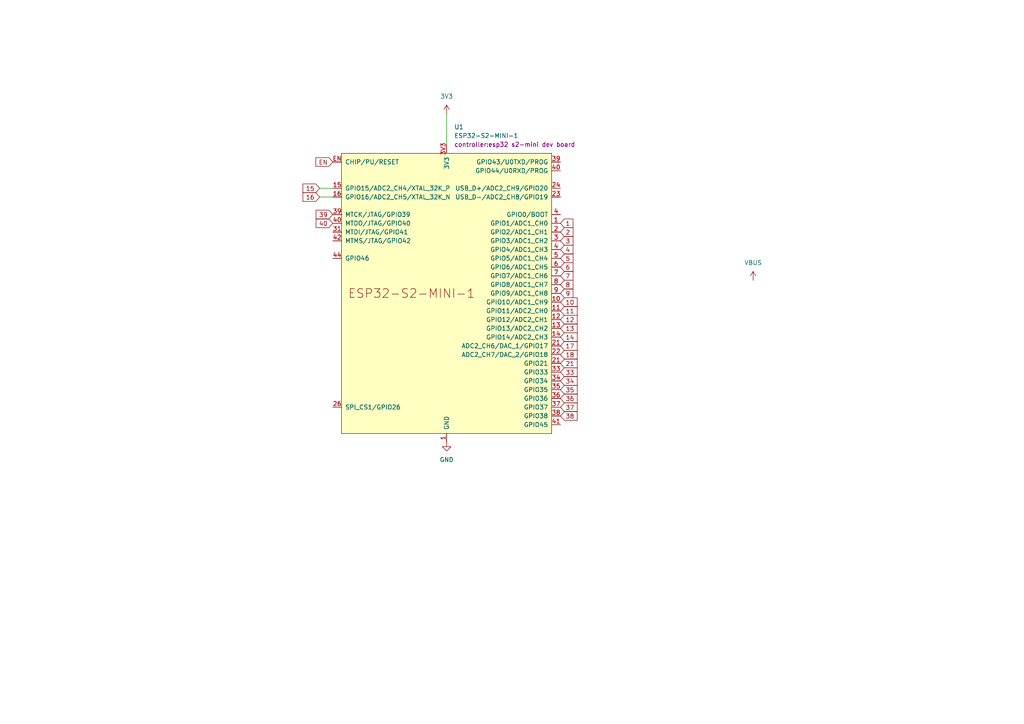
<source format=kicad_sch>
(kicad_sch (version 20231120) (generator "eeschema") (generator_version "8.0")
  (paper "A4")
  (lib_symbols
    (symbol "esp32_adjusted:ESP32-S2-MINI-1" (pin_names (offset 1.016))
      (property "Reference" "U1" (at 2.1941 45.72 0))
      (property "Value" "ESP32-S2-MINI-1" (at 2.1941 43.18 0))
      (property "Footprint" "controller:esp32 s2-mini dev board" (at 0 -53.34 0))
      (symbol "ESP32-S2-MINI-1_0_0"
        (pin power_in line (at 0 -43.18 90) (length 2.54) (name "GND") (number "1"))
        (pin input line (at -33.02 10.16 0) (length 2.54) (name "GPIO46") (number "44"))
        (pin passive line (at 0 -43.18 90) (length 2.54) hide (name "GND") (number "47"))
        (pin passive line (at 0 -43.18 90) (length 2.54) hide (name "GND") (number "48"))
        (pin passive line (at 0 -43.18 90) (length 2.54) hide (name "GND") (number "49"))
        (pin passive line (at 0 -43.18 90) (length 2.54) hide (name "GND") (number "50"))
        (pin passive line (at 0 -43.18 90) (length 2.54) hide (name "GND") (number "51"))
        (pin passive line (at 0 -43.18 90) (length 2.54) hide (name "GND") (number "52"))
        (pin passive line (at 0 -43.18 90) (length 2.54) hide (name "GND") (number "53"))
        (pin passive line (at 0 -43.18 90) (length 2.54) hide (name "GND") (number "54"))
        (pin passive line (at 0 -43.18 90) (length 2.54) hide (name "GND") (number "55"))
        (pin passive line (at 0 -43.18 90) (length 2.54) hide (name "GND") (number "56"))
        (pin passive line (at 0 -43.18 90) (length 2.54) hide (name "GND") (number "57"))
        (pin passive line (at 0 -43.18 90) (length 2.54) hide (name "GND") (number "58"))
        (pin passive line (at 0 -43.18 90) (length 2.54) hide (name "GND") (number "59"))
        (pin passive line (at 0 -43.18 90) (length 2.54) hide (name "GND") (number "60"))
        (pin passive line (at 0 -43.18 90) (length 2.54) hide (name "GND") (number "61"))
        (pin passive line (at 0 -43.18 90) (length 2.54) hide (name "GND") (number "62"))
        (pin passive line (at 0 -43.18 90) (length 2.54) hide (name "GND") (number "63"))
        (pin passive line (at 0 -43.18 90) (length 2.54) hide (name "GND") (number "64"))
        (pin passive line (at 0 -43.18 90) (length 2.54) hide (name "GND") (number "65"))
      )
      (symbol "ESP32-S2-MINI-1_0_1"
        (rectangle (start -30.48 40.64) (end 30.48 -40.64) (fill (type background)))
      )
      (symbol "ESP32-S2-MINI-1_1_0"
        (pin passive line (at 0 -43.18 90) (length 2.54) hide (name "GND") (number "51"))
        (pin bidirectional line (at -33.02 38.1 0) (length 2.54) (name "CHIP/PU/RESET") (number "EN"))
        (pin passive line (at 0 -43.18 90) (length 2.54) hide (name "GND") (number "GND"))
      )
      (symbol "ESP32-S2-MINI-1_1_1"
        (text "ESP32-S2-MINI-1" (at -10.16 0 0) (effects (font (size 2.54 2.54))))
        (pin bidirectional line (at 33.02 20.32 180) (length 2.54) (name "GPIO1/ADC1_CH0") (number "1"))
        (pin bidirectional line (at 33.02 -2.54 180) (length 2.54) (name "GPIO10/ADC1_CH9") (number "10"))
        (pin bidirectional line (at 33.02 -5.08 180) (length 2.54) (name "GPIO11/ADC2_CH0") (number "11"))
        (pin bidirectional line (at 33.02 -7.62 180) (length 2.54) (name "GPIO12/ADC2_CH1") (number "12"))
        (pin bidirectional line (at 33.02 -10.16 180) (length 2.54) (name "GPIO13/ADC2_CH2") (number "13"))
        (pin bidirectional line (at 33.02 -12.7 180) (length 2.54) (name "GPIO14/ADC2_CH3") (number "14"))
        (pin bidirectional line (at -33.02 30.48 0) (length 2.54) (name "GPIO15/ADC2_CH4/XTAL_32K_P") (number "15"))
        (pin bidirectional line (at -33.02 27.94 0) (length 2.54) (name "GPIO16/ADC2_CH5/XTAL_32K_N") (number "16"))
        (pin passive line (at 0 -43.18 90) (length 2.54) hide (name "GND") (number "2"))
        (pin bidirectional line (at 33.02 17.78 180) (length 2.54) (name "GPIO2/ADC1_CH1") (number "2"))
        (pin bidirectional line (at 33.02 -15.24 180) (length 2.54) (name "ADC2_CH6/DAC_1/GPIO17") (number "21"))
        (pin bidirectional line (at 33.02 -20.32 180) (length 2.54) (name "GPIO21") (number "21"))
        (pin bidirectional line (at 33.02 -17.78 180) (length 2.54) (name "ADC2_CH7/DAC_2/GPIO18") (number "22"))
        (pin bidirectional line (at 33.02 27.94 180) (length 2.54) (name "USB_D-/ADC2_CH8/GPIO19") (number "23"))
        (pin bidirectional line (at 33.02 30.48 180) (length 2.54) (name "USB_D+/ADC2_CH9/GPIO20") (number "24"))
        (pin bidirectional line (at -33.02 -33.02 0) (length 2.54) (name "SPI_CS1/GPIO26") (number "26"))
        (pin no_connect line (at -30.48 -38.1 0) (length 2.54) hide (name "NC") (number "27"))
        (pin bidirectional line (at 33.02 15.24 180) (length 2.54) (name "GPIO3/ADC1_CH2") (number "3"))
        (pin passive line (at 0 -43.18 90) (length 2.54) hide (name "GND") (number "30"))
        (pin bidirectional line (at -33.02 17.78 0) (length 2.54) (name "MTDI/JTAG/GPIO41") (number "31"))
        (pin bidirectional line (at 33.02 -22.86 180) (length 2.54) (name "GPIO33") (number "33"))
        (pin bidirectional line (at 33.02 -25.4 180) (length 2.54) (name "GPIO34") (number "34"))
        (pin bidirectional line (at 33.02 -27.94 180) (length 2.54) (name "GPIO35") (number "35"))
        (pin bidirectional line (at 33.02 -30.48 180) (length 2.54) (name "GPIO36") (number "36"))
        (pin bidirectional line (at 33.02 -33.02 180) (length 2.54) (name "GPIO37") (number "37"))
        (pin bidirectional line (at 33.02 -35.56 180) (length 2.54) (name "GPIO38") (number "38"))
        (pin bidirectional line (at 33.02 38.1 180) (length 2.54) (name "GPIO43/U0TXD/PROG") (number "39"))
        (pin bidirectional line (at -33.02 22.86 0) (length 2.54) (name "MTCK/JTAG/GPIO39") (number "39"))
        (pin power_in line (at 0 43.18 270) (length 2.54) (name "3V3") (number "3V3"))
        (pin bidirectional line (at 33.02 22.86 180) (length 2.54) (name "GPIO0/BOOT") (number "4"))
        (pin bidirectional line (at 33.02 12.7 180) (length 2.54) (name "GPIO4/ADC1_CH3") (number "4"))
        (pin bidirectional line (at 33.02 35.56 180) (length 2.54) (name "GPIO44/U0RXD/PROG") (number "40"))
        (pin bidirectional line (at -33.02 20.32 0) (length 2.54) (name "MTDO/JTAG/GPIO40") (number "40"))
        (pin bidirectional line (at 33.02 -38.1 180) (length 2.54) (name "GPIO45") (number "41"))
        (pin passive line (at 0 -43.18 90) (length 2.54) hide (name "GND") (number "42"))
        (pin bidirectional line (at -33.02 15.24 0) (length 2.54) (name "MTMS/JTAG/GPIO42") (number "42"))
        (pin bidirectional line (at 33.02 10.16 180) (length 2.54) (name "GPIO5/ADC1_CH4") (number "5"))
        (pin bidirectional line (at 33.02 7.62 180) (length 2.54) (name "GPIO6/ADC1_CH5") (number "6"))
        (pin bidirectional line (at 33.02 5.08 180) (length 2.54) (name "GPIO7/ADC1_CH6") (number "7"))
        (pin bidirectional line (at 33.02 2.54 180) (length 2.54) (name "GPIO8/ADC1_CH7") (number "8"))
        (pin bidirectional line (at 33.02 0 180) (length 2.54) (name "GPIO9/ADC1_CH8") (number "9"))
      )
    )
    (symbol "power:+3.3V" (power) (pin_numbers hide) (pin_names (offset 0) hide)
      (property "Value" "+3.3V" (at 0 3.556 0))
      (symbol "+3.3V_0_1"
        (polyline (pts (xy -0.762 1.27) (xy 0 2.54)))
        (polyline (pts (xy 0 0) (xy 0 2.54)))
        (polyline (pts (xy 0 2.54) (xy 0.762 1.27)))
      )
      (symbol "+3.3V_1_1"
        (pin power_in line (at 0 0 90) (length 0) (name "~") (number "1"))
      )
    )
    (symbol "power:GND" (power) (pin_numbers hide) (pin_names (offset 0) hide)
      (property "Value" "GND" (at 0 -3.81 0))
      (symbol "GND_0_1"
        (polyline (pts (xy 0 0) (xy 0 -1.27) (xy 1.27 -1.27) (xy 0 -2.54) (xy -1.27 -1.27) (xy 0 -1.27)))
      )
      (symbol "GND_1_1"
        (pin power_in line (at 0 0 270) (length 0) (name "~") (number "1"))
      )
    )
    (symbol "power:VBUS" (power) (pin_numbers hide) (pin_names (offset 0) hide)
      (property "Value" "VBUS" (at 0 3.556 0))
      (symbol "VBUS_0_1"
        (polyline (pts (xy -0.762 1.27) (xy 0 2.54)))
        (polyline (pts (xy 0 0) (xy 0 2.54)))
        (polyline (pts (xy 0 2.54) (xy 0.762 1.27)))
      )
      (symbol "VBUS_1_1"
        (pin power_in line (at 0 0 90) (length 0) (name "~") (number "1"))
      )
    )
  )
  (wire (pts (xy 92.71 54.61) (xy 96.52 54.61)))
  (wire (pts (xy 92.71 57.15) (xy 96.52 57.15)))
  (wire (pts (xy 129.54 33.02) (xy 129.54 41.91)))
  (global_label "EN" (shape input) (at 96.52 46.99 180) (property "Intersheetrefs" "${INTERSHEET_REFS}" (effects (hide yes))))
  (global_label "16" (shape input) (at 92.71 57.15 180) (property "Intersheetrefs" "${INTERSHEET_REFS}" (effects (hide yes))))
  (global_label "40" (shape input) (at 96.52 64.77 180) (property "Intersheetrefs" "${INTERSHEET_REFS}" (effects (hide yes))))
  (global_label "8" (shape input) (at 162.56 82.55 0) (property "Intersheetrefs" "${INTERSHEET_REFS}" (effects (hide yes))))
  (global_label "17" (shape input) (at 162.56 100.33 0) (property "Intersheetrefs" "${INTERSHEET_REFS}" (effects (hide yes))))
  (global_label "10" (shape input) (at 162.56 87.63 0) (property "Intersheetrefs" "${INTERSHEET_REFS}" (effects (hide yes))))
  (global_label "2" (shape input) (at 162.56 67.31 0) (property "Intersheetrefs" "${INTERSHEET_REFS}" (effects (hide yes))))
  (global_label "11" (shape input) (at 162.56 90.17 0) (property "Intersheetrefs" "${INTERSHEET_REFS}" (effects (hide yes))))
  (global_label "36" (shape input) (at 162.56 115.57 0) (property "Intersheetrefs" "${INTERSHEET_REFS}" (effects (hide yes))))
  (global_label "37" (shape input) (at 162.56 118.11 0) (property "Intersheetrefs" "${INTERSHEET_REFS}" (effects (hide yes))))
  (global_label "15" (shape input) (at 92.71 54.61 180) (property "Intersheetrefs" "${INTERSHEET_REFS}" (effects (hide yes))))
  (global_label "7" (shape input) (at 162.56 80.01 0) (property "Intersheetrefs" "${INTERSHEET_REFS}" (effects (hide yes))))
  (global_label "14" (shape input) (at 162.56 97.79 0) (property "Intersheetrefs" "${INTERSHEET_REFS}" (effects (hide yes))))
  (global_label "39" (shape input) (at 96.52 62.23 180) (property "Intersheetrefs" "${INTERSHEET_REFS}" (effects (hide yes))))
  (global_label "6" (shape input) (at 162.56 77.47 0) (property "Intersheetrefs" "${INTERSHEET_REFS}" (effects (hide yes))))
  (global_label "35" (shape input) (at 162.56 113.03 0) (property "Intersheetrefs" "${INTERSHEET_REFS}" (effects (hide yes))))
  (global_label "21" (shape input) (at 162.56 105.41 0) (property "Intersheetrefs" "${INTERSHEET_REFS}" (effects (hide yes))))
  (global_label "1" (shape input) (at 162.56 64.77 0) (property "Intersheetrefs" "${INTERSHEET_REFS}" (effects (hide yes))))
  (global_label "9" (shape input) (at 162.56 85.09 0) (property "Intersheetrefs" "${INTERSHEET_REFS}" (effects (hide yes))))
  (global_label "34" (shape input) (at 162.56 110.49 0) (property "Intersheetrefs" "${INTERSHEET_REFS}" (effects (hide yes))))
  (global_label "18" (shape input) (at 162.56 102.87 0) (property "Intersheetrefs" "${INTERSHEET_REFS}" (effects (hide yes))))
  (global_label "5" (shape input) (at 162.56 74.93 0) (property "Intersheetrefs" "${INTERSHEET_REFS}" (effects (hide yes))))
  (global_label "33" (shape input) (at 162.56 107.95 0) (property "Intersheetrefs" "${INTERSHEET_REFS}" (effects (hide yes))))
  (global_label "38" (shape input) (at 162.56 120.65 0) (property "Intersheetrefs" "${INTERSHEET_REFS}" (effects (hide yes))))
  (global_label "12" (shape input) (at 162.56 92.71 0) (property "Intersheetrefs" "${INTERSHEET_REFS}" (effects (hide yes))))
  (global_label "4" (shape input) (at 162.56 72.39 0) (property "Intersheetrefs" "${INTERSHEET_REFS}" (effects (hide yes))))
  (global_label "13" (shape input) (at 162.56 95.25 0) (property "Intersheetrefs" "${INTERSHEET_REFS}" (effects (hide yes))))
  (global_label "3" (shape input) (at 162.56 69.85 0) (property "Intersheetrefs" "${INTERSHEET_REFS}" (effects (hide yes))))
  (symbol (lib_id "power:+3.3V") (at 129.54 33.02 0) (unit 1)
    (property "Reference" "#PWR01" (effects (hide yes)))
    (property "Value" "3V3" (at 129.54 27.94 0))
    (property "Description" "Power symbol creates a global label with name \"+3.3V\"" (effects (hide yes)))
  )
  (symbol (lib_id "power:VBUS") (at 218.44 81.28 0) (unit 1)
    (property "Reference" "#PWR03" (effects (hide yes)))
    (property "Value" "VBUS" (at 218.44 76.2 0))
    (property "Description" "Power symbol creates a global label with name \"VBUS\"" (effects (hide yes)))
  )
  (symbol (lib_id "esp32_adjusted:ESP32-S2-MINI-1") (at 129.54 85.09 0) (unit 1)
    (property "Reference" "U1" (at 131.7341 36.83 0) (effects (justify left)))
    (property "Value" "ESP32-S2-MINI-1" (at 131.7341 39.37 0) (effects (justify left)))
    (property "Footprint" "controller:esp32 s2-mini dev board" (at 131.7341 41.91 0) (effects (justify left)))
    (property "Datasheet" "https://www.espressif.com/sites/default/files/documentation/esp32-s2-mini-1_esp32-s2-mini-1u_datasheet_en.pdf" (effects (hide yes)))
    (property "Description" "ESP32-S2-MINI-1 and ESP32-S2-MINI-1U are two powerful, generic Wi-Fi MCU modules that have a rich set of peripherals. They are an ideal choice for a wide variety of application scenarios relating to Internet of Things (IoT), wearable electronics and smart home." (effects (hide yes)))
  )
  (symbol (lib_id "power:GND") (at 129.54 128.27 0) (unit 1)
    (property "Reference" "#PWR02" (effects (hide yes)))
    (property "Value" "GND" (at 129.54 133.35 0))
    (property "Description" "Power symbol creates a global label with name \"GND\" , ground" (effects (hide yes)))
  )
)
</source>
